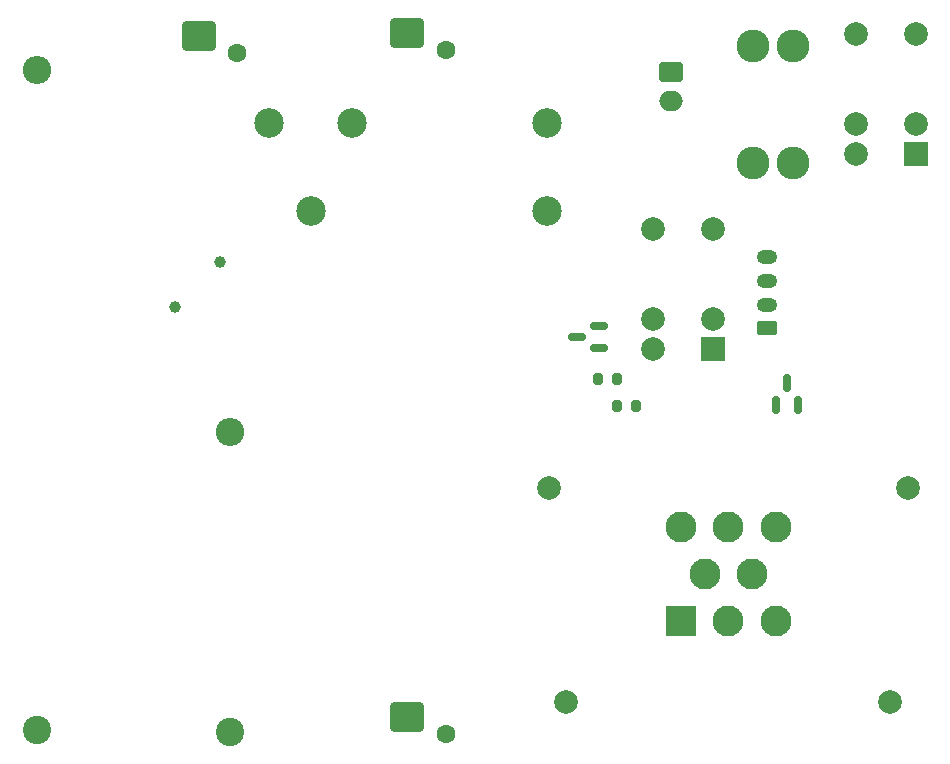
<source format=gbr>
%TF.GenerationSoftware,KiCad,Pcbnew,(6.0.1)*%
%TF.CreationDate,2022-11-29T11:43:40-05:00*%
%TF.ProjectId,pacman,7061636d-616e-42e6-9b69-6361645f7063,rev?*%
%TF.SameCoordinates,Original*%
%TF.FileFunction,Soldermask,Top*%
%TF.FilePolarity,Negative*%
%FSLAX46Y46*%
G04 Gerber Fmt 4.6, Leading zero omitted, Abs format (unit mm)*
G04 Created by KiCad (PCBNEW (6.0.1)) date 2022-11-29 11:43:40*
%MOMM*%
%LPD*%
G01*
G04 APERTURE LIST*
G04 Aperture macros list*
%AMRoundRect*
0 Rectangle with rounded corners*
0 $1 Rounding radius*
0 $2 $3 $4 $5 $6 $7 $8 $9 X,Y pos of 4 corners*
0 Add a 4 corners polygon primitive as box body*
4,1,4,$2,$3,$4,$5,$6,$7,$8,$9,$2,$3,0*
0 Add four circle primitives for the rounded corners*
1,1,$1+$1,$2,$3*
1,1,$1+$1,$4,$5*
1,1,$1+$1,$6,$7*
1,1,$1+$1,$8,$9*
0 Add four rect primitives between the rounded corners*
20,1,$1+$1,$2,$3,$4,$5,0*
20,1,$1+$1,$4,$5,$6,$7,0*
20,1,$1+$1,$6,$7,$8,$9,0*
20,1,$1+$1,$8,$9,$2,$3,0*%
G04 Aperture macros list end*
%ADD10RoundRect,0.250000X0.625000X-0.350000X0.625000X0.350000X-0.625000X0.350000X-0.625000X-0.350000X0*%
%ADD11O,1.750000X1.200000*%
%ADD12R,2.000000X2.000000*%
%ADD13C,2.000000*%
%ADD14C,2.500000*%
%ADD15C,2.780000*%
%ADD16C,1.600000*%
%ADD17RoundRect,0.250000X1.150000X-0.980000X1.150000X0.980000X-1.150000X0.980000X-1.150000X-0.980000X0*%
%ADD18RoundRect,0.150000X0.587500X0.150000X-0.587500X0.150000X-0.587500X-0.150000X0.587500X-0.150000X0*%
%ADD19RoundRect,0.250000X-0.750000X0.600000X-0.750000X-0.600000X0.750000X-0.600000X0.750000X0.600000X0*%
%ADD20O,2.000000X1.700000*%
%ADD21RoundRect,0.200000X-0.200000X-0.275000X0.200000X-0.275000X0.200000X0.275000X-0.200000X0.275000X0*%
%ADD22C,2.400000*%
%ADD23O,2.400000X2.400000*%
%ADD24RoundRect,0.150000X0.150000X-0.587500X0.150000X0.587500X-0.150000X0.587500X-0.150000X-0.587500X0*%
%ADD25RoundRect,0.200000X0.200000X0.275000X-0.200000X0.275000X-0.200000X-0.275000X0.200000X-0.275000X0*%
%ADD26R,2.625000X2.625000*%
%ADD27C,2.625000*%
%ADD28C,1.000000*%
G04 APERTURE END LIST*
D10*
%TO.C,J9*%
X186182000Y-78105000D03*
D11*
X186182000Y-76105000D03*
X186182000Y-74105000D03*
X186182000Y-72105000D03*
%TD*%
D12*
%TO.C,K3*%
X198749500Y-63377500D03*
D13*
X198749500Y-60837500D03*
X198749500Y-53217500D03*
X193669500Y-53217500D03*
X193669500Y-60837500D03*
X193669500Y-63377500D03*
%TD*%
D14*
%TO.C,K1*%
X151013000Y-60706000D03*
X167513000Y-68206000D03*
X147513000Y-68206000D03*
X167513000Y-60706000D03*
X144013000Y-60706000D03*
%TD*%
D15*
%TO.C,F3*%
X188390000Y-64142000D03*
X184990000Y-64142000D03*
X184990000Y-54222000D03*
X188390000Y-54222000D03*
%TD*%
D16*
%TO.C,J3*%
X158952000Y-112498000D03*
D17*
X155702000Y-110998000D03*
%TD*%
D18*
%TO.C,Q2*%
X171928000Y-79817000D03*
X171928000Y-77917000D03*
X170053000Y-78867000D03*
%TD*%
D19*
%TO.C,J6*%
X178054000Y-56388000D03*
D20*
X178054000Y-58888000D03*
%TD*%
D21*
%TO.C,R5*%
X171831000Y-82423000D03*
X173481000Y-82423000D03*
%TD*%
D22*
%TO.C,R3*%
X124333000Y-112141000D03*
D23*
X124333000Y-56261000D03*
%TD*%
D16*
%TO.C,J4*%
X141299000Y-54840000D03*
D17*
X138049000Y-53340000D03*
%TD*%
D24*
%TO.C,D5*%
X186883000Y-84630500D03*
X188783000Y-84630500D03*
X187833000Y-82755500D03*
%TD*%
D16*
%TO.C,J5*%
X158952000Y-54586000D03*
D17*
X155702000Y-53086000D03*
%TD*%
D25*
%TO.C,R6*%
X175069000Y-84683600D03*
X173419000Y-84683600D03*
%TD*%
D12*
%TO.C,K2*%
X181610000Y-79883000D03*
D13*
X181610000Y-77343000D03*
X181610000Y-69723000D03*
X176530000Y-69723000D03*
X176530000Y-77343000D03*
X176530000Y-79883000D03*
%TD*%
%TO.C,J1*%
X196580000Y-109733000D03*
X167680000Y-91633000D03*
X198080000Y-91633000D03*
X169180000Y-109733000D03*
D26*
X178880000Y-102933000D03*
D27*
X182880000Y-102933000D03*
X186880000Y-102933000D03*
X180880000Y-98933000D03*
X184880000Y-98933000D03*
X178880000Y-94933000D03*
X182880000Y-94933000D03*
X186880000Y-94933000D03*
%TD*%
D22*
%TO.C,R1*%
X140716000Y-112268000D03*
D23*
X140716000Y-86868000D03*
%TD*%
D28*
%TO.C,D1*%
X139812000Y-72532000D03*
X136032000Y-76312000D03*
%TD*%
M02*

</source>
